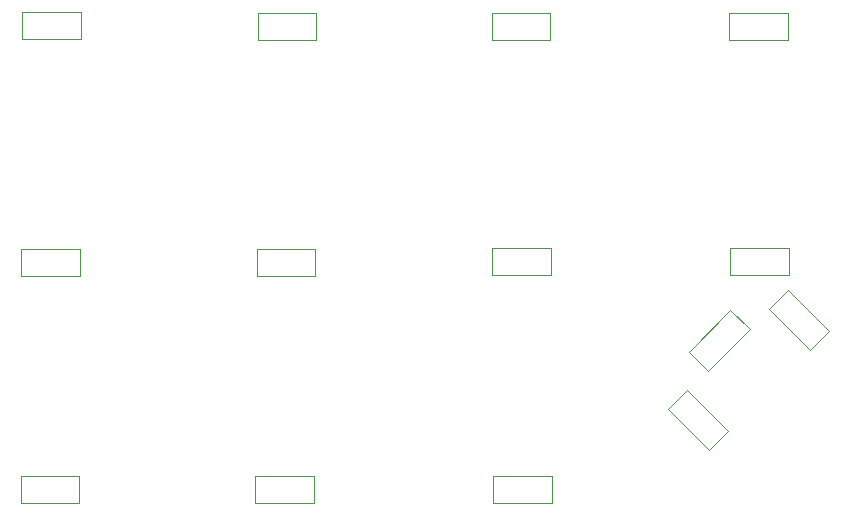
<source format=gbr>
%TF.GenerationSoftware,KiCad,Pcbnew,5.1.7-a382d34a8~88~ubuntu20.04.1*%
%TF.CreationDate,2021-03-20T14:16:57+01:00*%
%TF.ProjectId,WiFiDuck32,57694669-4475-4636-9b33-322e6b696361,2*%
%TF.SameCoordinates,Original*%
%TF.FileFunction,Other,User*%
%FSLAX46Y46*%
G04 Gerber Fmt 4.6, Leading zero omitted, Abs format (unit mm)*
G04 Created by KiCad (PCBNEW 5.1.7-a382d34a8~88~ubuntu20.04.1) date 2021-03-20 14:16:57*
%MOMM*%
%LPD*%
G01*
G04 APERTURE LIST*
%ADD10C,0.050000*%
G04 APERTURE END LIST*
D10*
%TO.C,R1*%
X99453048Y-91392129D02*
X97869129Y-92976048D01*
X97869129Y-92976048D02*
X101333952Y-96440871D01*
X101333952Y-96440871D02*
X102917871Y-94856952D01*
X102917871Y-94856952D02*
X99453048Y-91392129D01*
%TO.C,R2*%
X89360129Y-101421548D02*
X92824952Y-104886371D01*
X90944048Y-99837629D02*
X89360129Y-101421548D01*
X94408871Y-103302452D02*
X90944048Y-99837629D01*
X92824952Y-104886371D02*
X94408871Y-103302452D01*
%TO.C,C1*%
X34629000Y-70111000D02*
X39589000Y-70111000D01*
X34629000Y-67811000D02*
X34629000Y-70111000D01*
X39589000Y-67811000D02*
X34629000Y-67811000D01*
X39589000Y-70111000D02*
X39589000Y-67811000D01*
%TO.C,C2*%
X59528000Y-70174500D02*
X59528000Y-67874500D01*
X59528000Y-67874500D02*
X54568000Y-67874500D01*
X54568000Y-67874500D02*
X54568000Y-70174500D01*
X54568000Y-70174500D02*
X59528000Y-70174500D01*
%TO.C,C3*%
X74380000Y-70174500D02*
X79340000Y-70174500D01*
X74380000Y-67874500D02*
X74380000Y-70174500D01*
X79340000Y-67874500D02*
X74380000Y-67874500D01*
X79340000Y-70174500D02*
X79340000Y-67874500D01*
%TO.C,C4*%
X99483000Y-70174500D02*
X99483000Y-67874500D01*
X99483000Y-67874500D02*
X94523000Y-67874500D01*
X94523000Y-67874500D02*
X94523000Y-70174500D01*
X94523000Y-70174500D02*
X99483000Y-70174500D01*
%TO.C,C5*%
X94573000Y-90113500D02*
X99533000Y-90113500D01*
X94573000Y-87813500D02*
X94573000Y-90113500D01*
X99533000Y-87813500D02*
X94573000Y-87813500D01*
X99533000Y-90113500D02*
X99533000Y-87813500D01*
%TO.C,C6*%
X79403500Y-90113500D02*
X79403500Y-87813500D01*
X79403500Y-87813500D02*
X74443500Y-87813500D01*
X74443500Y-87813500D02*
X74443500Y-90113500D01*
X74443500Y-90113500D02*
X79403500Y-90113500D01*
%TO.C,C7*%
X54504500Y-90177000D02*
X59464500Y-90177000D01*
X54504500Y-87877000D02*
X54504500Y-90177000D01*
X59464500Y-87877000D02*
X54504500Y-87877000D01*
X59464500Y-90177000D02*
X59464500Y-87877000D01*
%TO.C,C8*%
X39539000Y-90177000D02*
X39539000Y-87877000D01*
X39539000Y-87877000D02*
X34579000Y-87877000D01*
X34579000Y-87877000D02*
X34579000Y-90177000D01*
X34579000Y-90177000D02*
X39539000Y-90177000D01*
%TO.C,C9*%
X34502000Y-109417500D02*
X39462000Y-109417500D01*
X34502000Y-107117500D02*
X34502000Y-109417500D01*
X39462000Y-107117500D02*
X34502000Y-107117500D01*
X39462000Y-109417500D02*
X39462000Y-107117500D01*
%TO.C,C10*%
X59351000Y-109417500D02*
X59351000Y-107117500D01*
X59351000Y-107117500D02*
X54391000Y-107117500D01*
X54391000Y-107117500D02*
X54391000Y-109417500D01*
X54391000Y-109417500D02*
X59351000Y-109417500D01*
%TO.C,C11*%
X74520500Y-109417500D02*
X79480500Y-109417500D01*
X74520500Y-107117500D02*
X74520500Y-109417500D01*
X79480500Y-107117500D02*
X74520500Y-107117500D01*
X79480500Y-109417500D02*
X79480500Y-107117500D01*
%TO.C,C12*%
X92722048Y-98197798D02*
X96229298Y-94690548D01*
X91095702Y-96571452D02*
X92722048Y-98197798D01*
X94602952Y-93064202D02*
X91095702Y-96571452D01*
X96229298Y-94690548D02*
X94602952Y-93064202D01*
%TD*%
M02*

</source>
